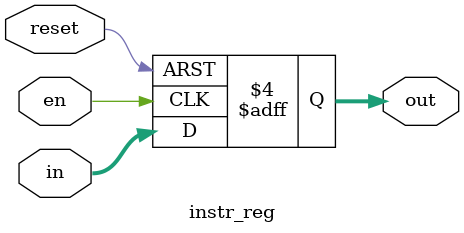
<source format=v>
module instr_reg(en, in, out, reset);
	input en, reset;
	input [15:0] in;
	output reg [15:0] out;
	
	always @(posedge en, posedge reset)
		if (reset == 1'b1)
			out <= 16'b0;
		else 
			if (en == 1'b1)
				out <= in;
			else
				out <= out;
endmodule

</source>
